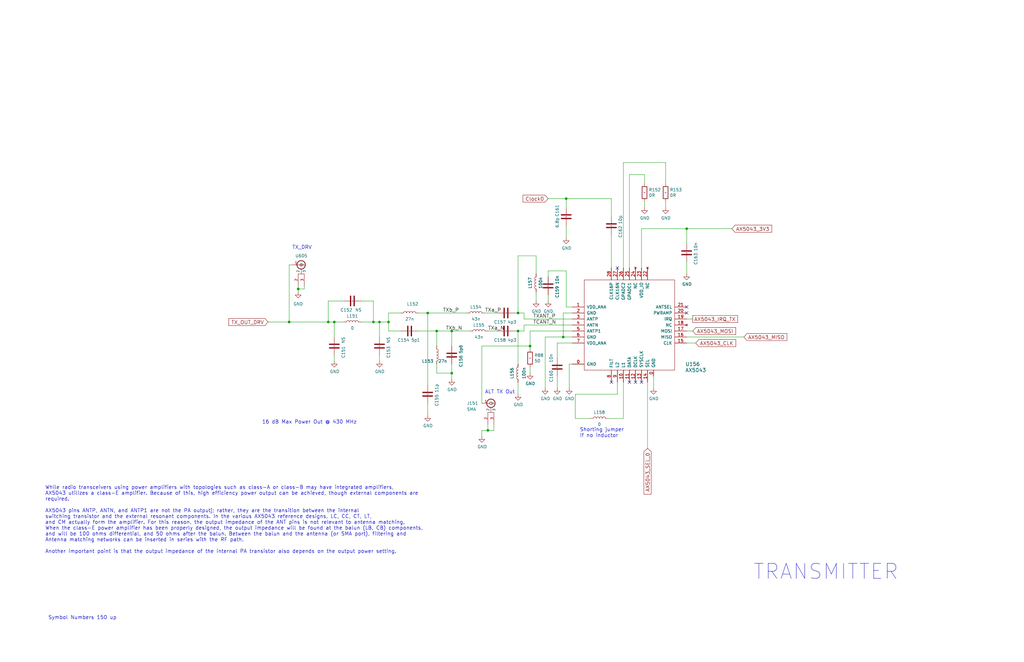
<source format=kicad_sch>
(kicad_sch (version 20230121) (generator eeschema)
  (paper "USLedger")
  (title_block (title "Radiation Tolerant PacSat Communication") (date "2023-06-17") (rev "A") (company "AMSAT-NA") (comment 1 "N5BRG"))
  (lib_symbols
    (symbol "Device:C" (pin_numbers hide) (pin_names (offset 0.254))
      (property "Reference" "C" (at 0.635 2.54 0))
      (property "Value" "C" (at 0.635 -2.54 0))
      (symbol "C_0_1"
        (polyline (pts (xy -2.032 -0.762) (xy 2.032 -0.762)) (stroke (width 0.508)))
        (polyline (pts (xy -2.032 0.762) (xy 2.032 0.762)) (stroke (width 0.508)))
      )
      (symbol "C_1_1"
        (pin passive line (at 0 3.81 270) (length 2.794) (name "~") (number "1"))
        (pin passive line (at 0 -3.81 90) (length 2.794) (name "~") (number "2"))
      )
    )
    (symbol "Device:L" (pin_numbers hide) (pin_names (offset 1.016) hide)
      (property "Reference" "L" (at -1.27 0 90))
      (property "Value" "L" (at 1.905 0 90))
      (symbol "L_0_1"
        (arc (start 0 -2.54) (mid 0.6323 -1.905) (end 0 -1.27))
        (arc (start 0 -1.27) (mid 0.6323 -0.635) (end 0 0))
        (arc (start 0 0) (mid 0.6323 0.635) (end 0 1.27))
        (arc (start 0 1.27) (mid 0.6323 1.905) (end 0 2.54))
      )
      (symbol "L_1_1"
        (pin passive line (at 0 3.81 270) (length 1.27) (name "1") (number "1"))
        (pin passive line (at 0 -3.81 90) (length 1.27) (name "2") (number "2"))
      )
    )
    (symbol "Device:R" (pin_numbers hide) (pin_names (offset 0))
      (property "Reference" "R" (at 2.032 0 90))
      (property "Value" "R" (at 0 0 90))
      (symbol "R_0_1"
        (rectangle (start -1.016 -2.54) (end 1.016 2.54) (stroke (width 0.254)))
      )
      (symbol "R_1_1"
        (pin passive line (at 0 3.81 270) (length 1.27) (name "~") (number "1"))
        (pin passive line (at 0 -3.81 90) (length 1.27) (name "~") (number "2"))
      )
    )
    (symbol "PACSAT_DEV_misc:AX5043" (pin_names (offset 1.016))
      (property "Reference" "U156" (at 16.51 -21.59 0))
      (property "Value" "AX5043" (at -5.08 0 0))
      (symbol "AX5043_0_1"
        (rectangle (start -19.05 19.05) (end 19.05 -19.05))
      )
      (symbol "AX5043_1_1"
        (pin passive line (at -24.13 -16.51 0) (length 5.08) (name "GND") (number "0"))
        (pin power_in line (at 10.16 -21.59 90) (length 2.54) (name "GND") (number "0"))
        (pin passive line (at -24.13 7.62 0) (length 5.08) (name "VDD_ANA") (number "1"))
        (pin passive line (at -2.54 -24.13 90) (length 5.08) (name "L1") (number "10"))
        (pin input line (at 0 -24.13 90) (length 5.08) (name "DATA") (number "11"))
        (pin input line (at 2.54 -24.13 90) (length 5.08) (name "DCLK") (number "12"))
        (pin output line (at 5.08 -24.13 90) (length 5.08) (name "SYSCLK") (number "13"))
        (pin input line (at 7.62 -24.13 90) (length 5.08) (name "SEL") (number "14"))
        (pin input line (at 24.13 -7.62 180) (length 5.08) (name "CLK") (number "15"))
        (pin tri_state line (at 24.13 -5.08 180) (length 5.08) (name "MISO") (number "16"))
        (pin input line (at 24.13 -2.54 180) (length 5.08) (name "MOSI") (number "17"))
        (pin no_connect line (at 24.13 0 180) (length 5.08) (name "NC") (number "18"))
        (pin output line (at 24.13 2.54 180) (length 5.08) (name "IRQ") (number "19"))
        (pin input line (at -24.13 5.08 0) (length 5.08) (name "GND") (number "2"))
        (pin output line (at 24.13 5.08 180) (length 5.08) (name "PWRAMP") (number "20"))
        (pin output line (at 24.13 7.62 180) (length 5.08) (name "ANTSEL") (number "21"))
        (pin no_connect line (at 7.62 24.13 270) (length 5.08) (name "NC") (number "22"))
        (pin passive line (at 5.08 24.13 270) (length 5.08) (name "VDD_IO") (number "23"))
        (pin no_connect line (at 2.54 24.13 270) (length 5.08) (name "NC") (number "24"))
        (pin input line (at 0 24.13 270) (length 5.08) (name "GPADC1") (number "25"))
        (pin input line (at -2.54 24.13 270) (length 5.08) (name "GPADC2") (number "26"))
        (pin passive line (at -5.08 24.13 270) (length 5.08) (name "CLK16N") (number "27"))
        (pin passive line (at -7.62 24.13 270) (length 5.08) (name "CLK16P") (number "28"))
        (pin bidirectional line (at -24.13 2.54 0) (length 5.08) (name "ANTP") (number "3"))
        (pin bidirectional line (at -24.13 0 0) (length 5.08) (name "ANTN") (number "4"))
        (pin output line (at -24.13 -2.54 0) (length 5.08) (name "ANTP1") (number "5"))
        (pin input line (at -24.13 -5.08 0) (length 5.08) (name "GND") (number "6"))
        (pin passive line (at -24.13 -7.62 0) (length 5.08) (name "VDD_ANA") (number "7"))
        (pin passive line (at -7.62 -24.13 90) (length 5.08) (name "FILT") (number "8"))
        (pin passive line (at -5.08 -24.13 90) (length 5.08) (name "L2") (number "9"))
      )
    )
    (symbol "PACSAT_DEV_misc:U_FL"
      (property "Reference" "U" (at -3.81 2.54 0))
      (symbol "U_FL_0_1"
        (polyline (pts (xy -1.27 -3.81) (xy 1.27 -3.81)))
        (polyline (pts (xy 0 -3.81) (xy 0 -1.778)))
        (circle (center 0 0) (radius 0.508) (stroke (width 0.2032)))
        (circle (center 0 0) (radius 1.778) (stroke (width 0.3048)))
      )
      (symbol "U_FL_1_1"
        (pin bidirectional line (at -3.81 0 0) (length 3.302) (name "In") (number "1"))
        (pin power_in line (at -1.27 -8.89 90) (length 5.08) (name "2") (number "2"))
        (pin power_in line (at 1.27 -8.89 90) (length 5.08) (name "3") (number "3"))
      )
    )
    (symbol "power:GND" (power) (pin_names (offset 0))
      (property "Value" "GND" (at 0 -3.81 0))
      (symbol "GND_0_1"
        (polyline (pts (xy 0 0) (xy 0 -1.27) (xy 1.27 -1.27) (xy 0 -2.54) (xy -1.27 -1.27) (xy 0 -1.27)))
      )
      (symbol "GND_1_1"
        (pin power_in line (at 0 0 270) (length 0) hide (name "GND") (number "1"))
      )
    )
  )
  (junction (at 184.15 139.7))
  (junction (at 180.34 132.08))
  (junction (at 125.73 121.92))
  (junction (at 138.43 135.89))
  (junction (at 190.5 139.7))
  (junction (at 237.49 142.24))
  (junction (at 157.48 135.89))
  (junction (at 121.92 135.89))
  (junction (at 205.74 181.61))
  (junction (at 140.97 135.89))
  (junction (at 218.44 139.7))
  (junction (at 160.02 135.89))
  (junction (at 223.52 146.05))
  (junction (at 190.5 157.48))
  (junction (at 218.44 132.08))
  (junction (at 163.83 135.89))
  (junction (at 238.76 83.82))
  (junction (at 289.56 96.52))
  (no_connect (at 260.35 113.03))
  (no_connect (at 267.97 161.29))
  (no_connect (at 257.81 161.29))
  (no_connect (at 289.56 129.54))
  (no_connect (at 270.51 161.29))
  (no_connect (at 265.43 161.29))
  (no_connect (at 289.56 132.08))
  (wire (pts (xy 180.34 132.08) (xy 196.85 132.08)))
  (wire (pts (xy 265.43 73.66) (xy 271.78 73.66)))
  (wire (pts (xy 238.76 114.3) (xy 231.14 114.3)))
  (wire (pts (xy 163.83 132.08) (xy 168.91 132.08)))
  (wire (pts (xy 237.49 142.24) (xy 241.3 142.24)))
  (wire (pts (xy 121.92 111.76) (xy 121.92 135.89)))
  (wire (pts (xy 289.56 96.52) (xy 308.61 96.52)))
  (wire (pts (xy 223.52 139.7) (xy 241.3 139.7)))
  (wire (pts (xy 184.15 139.7) (xy 190.5 139.7)))
  (wire (pts (xy 280.67 68.58) (xy 280.67 77.47)))
  (wire (pts (xy 160.02 149.86) (xy 160.02 152.4)))
  (wire (pts (xy 256.54 176.53) (xy 262.89 176.53)))
  (wire (pts (xy 205.74 181.61) (xy 208.28 181.61)))
  (wire (pts (xy 180.34 132.08) (xy 180.34 162.56)))
  (wire (pts (xy 238.76 129.54) (xy 238.76 114.3)))
  (wire (pts (xy 138.43 135.89) (xy 140.97 135.89)))
  (wire (pts (xy 163.83 139.7) (xy 168.91 139.7)))
  (wire (pts (xy 257.81 99.06) (xy 257.81 113.03)))
  (wire (pts (xy 144.78 127) (xy 138.43 127)))
  (wire (pts (xy 208.28 179.07) (xy 208.28 181.61)))
  (wire (pts (xy 260.35 166.37) (xy 242.57 166.37)))
  (wire (pts (xy 204.47 132.08) (xy 209.55 132.08)))
  (wire (pts (xy 231.14 114.3) (xy 231.14 116.84)))
  (wire (pts (xy 289.56 102.87) (xy 289.56 96.52)))
  (wire (pts (xy 203.2 181.61) (xy 205.74 181.61)))
  (wire (pts (xy 231.14 124.46) (xy 231.14 127)))
  (wire (pts (xy 223.52 146.05) (xy 203.2 146.05)))
  (wire (pts (xy 218.44 107.95) (xy 218.44 132.08)))
  (wire (pts (xy 125.73 121.92) (xy 128.27 121.92)))
  (wire (pts (xy 220.98 139.7) (xy 220.98 137.16)))
  (wire (pts (xy 160.02 142.24) (xy 160.02 135.89)))
  (wire (pts (xy 176.53 132.08) (xy 180.34 132.08)))
  (wire (pts (xy 190.5 157.48) (xy 190.5 160.02)))
  (wire (pts (xy 265.43 73.66) (xy 265.43 113.03)))
  (wire (pts (xy 140.97 149.86) (xy 140.97 152.4)))
  (wire (pts (xy 180.34 170.18) (xy 180.34 175.26)))
  (wire (pts (xy 184.15 153.67) (xy 184.15 157.48)))
  (wire (pts (xy 203.2 146.05) (xy 203.2 170.18)))
  (wire (pts (xy 190.5 139.7) (xy 198.12 139.7)))
  (wire (pts (xy 229.87 142.24) (xy 237.49 142.24)))
  (wire (pts (xy 262.89 161.29) (xy 262.89 176.53)))
  (wire (pts (xy 190.5 153.67) (xy 190.5 157.48)))
  (wire (pts (xy 257.81 83.82) (xy 238.76 83.82)))
  (wire (pts (xy 152.4 127) (xy 157.48 127)))
  (wire (pts (xy 226.06 107.95) (xy 226.06 115.57)))
  (wire (pts (xy 184.15 157.48) (xy 190.5 157.48)))
  (wire (pts (xy 226.06 107.95) (xy 218.44 107.95)))
  (wire (pts (xy 176.53 139.7) (xy 184.15 139.7)))
  (wire (pts (xy 223.52 139.7) (xy 223.52 146.05)))
  (wire (pts (xy 240.03 153.67) (xy 240.03 163.83)))
  (wire (pts (xy 242.57 166.37) (xy 242.57 176.53)))
  (wire (pts (xy 241.3 132.08) (xy 237.49 132.08)))
  (wire (pts (xy 270.51 96.52) (xy 289.56 96.52)))
  (wire (pts (xy 157.48 127) (xy 157.48 135.89)))
  (wire (pts (xy 217.17 132.08) (xy 218.44 132.08)))
  (wire (pts (xy 280.67 85.09) (xy 280.67 87.63)))
  (wire (pts (xy 289.56 134.62) (xy 292.1 134.62)))
  (wire (pts (xy 217.17 139.7) (xy 218.44 139.7)))
  (wire (pts (xy 123.19 111.76) (xy 121.92 111.76)))
  (wire (pts (xy 140.97 135.89) (xy 144.78 135.89)))
  (wire (pts (xy 289.56 139.7) (xy 292.1 139.7)))
  (wire (pts (xy 273.05 161.29) (xy 273.05 189.23)))
  (wire (pts (xy 271.78 85.09) (xy 271.78 87.63)))
  (wire (pts (xy 223.52 154.94) (xy 223.52 157.48)))
  (wire (pts (xy 220.98 134.62) (xy 241.3 134.62)))
  (wire (pts (xy 140.97 142.24) (xy 140.97 135.89)))
  (wire (pts (xy 203.2 181.61) (xy 203.2 184.15)))
  (wire (pts (xy 205.74 179.07) (xy 205.74 181.61)))
  (wire (pts (xy 289.56 110.49) (xy 289.56 115.57)))
  (wire (pts (xy 190.5 139.7) (xy 190.5 146.05)))
  (wire (pts (xy 184.15 139.7) (xy 184.15 146.05)))
  (wire (pts (xy 234.95 144.78) (xy 234.95 151.13)))
  (wire (pts (xy 205.74 139.7) (xy 209.55 139.7)))
  (wire (pts (xy 125.73 120.65) (xy 125.73 121.92)))
  (wire (pts (xy 241.3 153.67) (xy 240.03 153.67)))
  (wire (pts (xy 218.44 161.29) (xy 218.44 166.37)))
  (wire (pts (xy 262.89 68.58) (xy 280.67 68.58)))
  (wire (pts (xy 238.76 83.82) (xy 238.76 87.63)))
  (wire (pts (xy 270.51 113.03) (xy 270.51 96.52)))
  (wire (pts (xy 113.03 135.89) (xy 121.92 135.89)))
  (wire (pts (xy 241.3 129.54) (xy 238.76 129.54)))
  (wire (pts (xy 218.44 139.7) (xy 220.98 139.7)))
  (wire (pts (xy 218.44 132.08) (xy 220.98 132.08)))
  (wire (pts (xy 229.87 163.83) (xy 229.87 142.24)))
  (wire (pts (xy 242.57 176.53) (xy 248.92 176.53)))
  (wire (pts (xy 152.4 135.89) (xy 157.48 135.89)))
  (wire (pts (xy 220.98 132.08) (xy 220.98 134.62)))
  (wire (pts (xy 289.56 144.78) (xy 293.37 144.78)))
  (wire (pts (xy 160.02 135.89) (xy 163.83 135.89)))
  (wire (pts (xy 138.43 127) (xy 138.43 135.89)))
  (wire (pts (xy 289.56 142.24) (xy 313.69 142.24)))
  (wire (pts (xy 157.48 135.89) (xy 160.02 135.89)))
  (wire (pts (xy 275.59 158.75) (xy 275.59 163.83)))
  (wire (pts (xy 121.92 135.89) (xy 138.43 135.89)))
  (wire (pts (xy 262.89 68.58) (xy 262.89 113.03)))
  (wire (pts (xy 257.81 83.82) (xy 257.81 91.44)))
  (wire (pts (xy 238.76 83.82) (xy 231.14 83.82)))
  (wire (pts (xy 220.98 137.16) (xy 241.3 137.16)))
  (wire (pts (xy 241.3 144.78) (xy 234.95 144.78)))
  (wire (pts (xy 234.95 158.75) (xy 234.95 163.83)))
  (wire (pts (xy 237.49 132.08) (xy 237.49 142.24)))
  (wire (pts (xy 125.73 121.92) (xy 125.73 123.19)))
  (wire (pts (xy 163.83 132.08) (xy 163.83 135.89)))
  (wire (pts (xy 223.52 146.05) (xy 223.52 147.32)))
  (wire (pts (xy 218.44 139.7) (xy 218.44 153.67)))
  (wire (pts (xy 226.06 123.19) (xy 226.06 127)))
  (wire (pts (xy 163.83 135.89) (xy 163.83 139.7)))
  (wire (pts (xy 260.35 161.29) (xy 260.35 166.37)))
  (wire (pts (xy 238.76 95.25) (xy 238.76 100.33)))
  (wire (pts (xy 271.78 73.66) (xy 271.78 77.47)))
  (wire (pts (xy 128.27 120.65) (xy 128.27 121.92)))
  (text "TX_DRV" (at 123.19 105.41 0) (effects (font (size 1.524 1.524)) (justify left bottom)))
  (text "Symbol Numbers 150 up" (at 20.32 261.62 0) (effects (font (size 1.524 1.524)) (justify left bottom)))
  (text "16 dB Max Power Out @ 430 MHz" (at 110.49 179.07 0) (effects (font (size 1.524 1.524)) (justify left bottom)))
  (text "TRANSMITTER" (at 317.5 245.11 0) (effects (font (size 6.35 6.35)) (justify left bottom)))
  (text "While radio transceivers using power amplifiers with topologies such as class-A or class-B may have integrated amplifiers, \nAX5043 utilizes a class-E amplifier. Because of this, high efficiency power output can be achieved, though external components are \nrequired.\n\nAX5043 pins ANTP, ANTN, and ANTP1 are not the PA outputj; rather, they are the transition between the internal \nswitching transistor and the external resonant components. In the various AX5043 reference designs, LC, CC, CT, LT, \nand CM actually form the amplifier. For this reason, the output impedance of the ANT pins is not relevant to antenna matching. \nWhen the class-E power amplifier has been properly designed, the output impedance will be found at the balun (LB, CB) components, \nand will be 100 ohms differential, and 50 ohms after the balun. Between the balun and the antenna (or SMA port), filtering and \nAntenna matching networks can be inserted in series with the RF path.\n\nAnother important point is that the output impedance of the internal PA transistor also depends on the output power setting." (at 19.05 233.68 0) (effects (font (size 1.524 1.524)) (justify left bottom)))
  (text "ALT TX Out" (at 204.47 166.37 0) (effects (font (size 1.524 1.524)) (justify left bottom)))
  (text "Shorting jumper\nif no inductor" (at 244.475 184.785 0) (effects (font (size 1.524 1.524)) (justify left bottom)))
  (label "TXa_P" (at 204.47 132.08 0) (effects (font (size 1.524 1.524))))
  (label "TXa_N" (at 205.74 139.7 0) (effects (font (size 1.524 1.524))))
  (label "TXANT_P" (at 224.79 134.62 0) (effects (font (size 1.524 1.524))))
  (label "TCANT_N" (at 224.79 137.16 0) (effects (font (size 1.524 1.524))))
  (label "TXb_P" (at 186.69 132.08 0) (effects (font (size 1.524 1.524))))
  (label "TXb_N" (at 187.96 139.7 0) (effects (font (size 1.524 1.524))))
  (global_label "AX5043_CLK" (shape input) (at 293.37 144.78 0) (effects (font (size 1.524 1.524))) (property "Intersheetrefs" "${INTERSHEET_REFS}" (effects hide)))
  (global_label "AX5043_MISO" (shape input) (at 313.69 142.24 0) (effects (font (size 1.524 1.524))) (property "Intersheetrefs" "${INTERSHEET_REFS}" (effects hide)))
  (global_label "AX5043_SEL_0" (shape input) (at 273.05 189.23 270) (effects (font (size 1.524 1.524))) (property "Intersheetrefs" "${INTERSHEET_REFS}" (effects hide)))
  (global_label "Clock0" (shape input) (at 231.14 83.82 180) (effects (font (size 1.524 1.524))) (property "Intersheetrefs" "${INTERSHEET_REFS}" (effects hide)))
  (global_label "AX5043_MOSI" (shape input) (at 292.1 139.7 0) (effects (font (size 1.524 1.524))) (property "Intersheetrefs" "${INTERSHEET_REFS}" (effects hide)))
  (global_label "AX5043_3V3" (shape input) (at 308.61 96.52 0) (effects (font (size 1.524 1.524))) (property "Intersheetrefs" "${INTERSHEET_REFS}" (effects hide)))
  (global_label "AX5043_IRQ_TX" (shape passive) (at 292.1 134.62 0) (effects (font (size 1.524 1.524))) (property "Intersheetrefs" "${INTERSHEET_REFS}" (effects hide)))
  (global_label "TX_OUT_DRV" (shape input) (at 113.03 135.89 180) (effects (font (size 1.524 1.524))) (property "Intersheetrefs" "${INTERSHEET_REFS}" (effects hide)))
  (symbol (lib_id "Device:C") (at 213.36 132.08 270) (unit 1)
    (property "Reference" "C157" (at 210.82 135.89 90))
    (property "Value" "4p3" (at 215.9 135.89 90))
    (property "Footprint" "Capacitor_SMD:C_0603_1608Metric_Pad1.08x0.95mm_HandSolder" (effects hide))
    (property "Datasheet" "~" (at 213.36 132.08 0))
  )
  (symbol (lib_id "power:GND") (at 289.56 115.57 0) (unit 1)
    (property "Reference" "#PWR0184" (effects hide))
    (property "Value" "GND" (at 289.687 119.9642 0))
  )
  (symbol (lib_id "Device:C") (at 213.36 139.7 270) (unit 1)
    (property "Reference" "C158" (at 210.82 143.51 90))
    (property "Value" "4p3" (at 215.9 143.51 90))
    (property "Footprint" "Capacitor_SMD:C_0603_1608Metric_Pad1.08x0.95mm_HandSolder" (effects hide))
    (property "Datasheet" "~" (at 213.36 139.7 0))
  )
  (symbol (lib_id "Device:C") (at 231.14 120.65 0) (unit 1)
    (property "Reference" "C159" (at 234.95 123.19 90))
    (property "Value" "10n" (at 234.95 118.11 90))
    (property "Footprint" "Capacitor_SMD:C_0603_1608Metric_Pad1.08x0.95mm_HandSolder" (effects hide))
    (property "Datasheet" "~" (at 231.14 120.65 0))
  )
  (symbol (lib_id "power:GND") (at 226.06 127 0) (unit 1)
    (property "Reference" "#PWR0175" (effects hide))
    (property "Value" "GND" (at 226.187 131.3942 0))
  )
  (symbol (lib_id "power:GND") (at 218.44 166.37 0) (unit 1)
    (property "Reference" "#PWR0173" (effects hide))
    (property "Value" "GND" (at 218.567 170.7642 0))
  )
  (symbol (lib_id "Device:C") (at 289.56 106.68 0) (unit 1)
    (property "Reference" "C163" (at 293.37 109.22 90))
    (property "Value" "10n" (at 293.37 104.14 90))
    (property "Footprint" "Capacitor_SMD:C_0603_1608Metric_Pad1.08x0.95mm_HandSolder" (effects hide))
    (property "Datasheet" "~" (at 289.56 106.68 0))
  )
  (symbol (lib_id "power:GND") (at 231.14 127 0) (unit 1)
    (property "Reference" "#PWR0177" (effects hide))
    (property "Value" "GND" (at 231.267 131.3942 0))
  )
  (symbol (lib_id "power:GND") (at 229.87 163.83 0) (unit 1)
    (property "Reference" "#PWR0176" (effects hide))
    (property "Value" "GND" (at 229.997 168.2242 0))
  )
  (symbol (lib_id "Device:C") (at 190.5 149.86 0) (unit 1)
    (property "Reference" "C156" (at 194.31 152.4 90))
    (property "Value" "5p6" (at 194.31 147.32 90))
    (property "Footprint" "Capacitor_SMD:C_0603_1608Metric_Pad1.08x0.95mm_HandSolder" (effects hide))
    (property "Datasheet" "~" (at 190.5 149.86 0))
  )
  (symbol (lib_id "Device:L") (at 184.15 149.86 0) (unit 1)
    (property "Reference" "L153" (at 180.34 152.4 0))
    (property "Value" "27n" (at 186.69 152.4 0))
    (property "Footprint" "PacSatDev_misc:L_Murata_LQH2MCNxxxx02_2.0x1.6mm" (effects hide))
  )
  (symbol (lib_id "power:GND") (at 190.5 160.02 0) (unit 1)
    (property "Reference" "#PWR0171" (effects hide))
    (property "Value" "GND" (at 190.627 164.4142 0))
  )
  (symbol (lib_id "Device:C") (at 172.72 139.7 270) (unit 1)
    (property "Reference" "C154" (at 170.18 143.51 90))
    (property "Value" "5p1" (at 175.26 143.51 90))
    (property "Footprint" "Capacitor_SMD:C_0603_1608Metric_Pad1.08x0.95mm_HandSolder" (effects hide))
    (property "Datasheet" "~" (at 172.72 139.7 0))
  )
  (symbol (lib_id "Device:C") (at 180.34 166.37 0) (unit 1)
    (property "Reference" "C155" (at 184.15 168.91 90))
    (property "Value" "11p" (at 184.15 163.83 90))
    (property "Footprint" "Capacitor_SMD:C_0603_1608Metric_Pad1.08x0.95mm_HandSolder" (effects hide))
    (property "Datasheet" "~" (at 180.34 166.37 0))
  )
  (symbol (lib_id "power:GND") (at 180.34 175.26 0) (unit 1)
    (property "Reference" "#PWR0170" (effects hide))
    (property "Value" "GND" (at 180.467 179.6542 0))
  )
  (symbol (lib_id "Device:C") (at 148.59 127 270) (unit 1)
    (property "Reference" "C152" (at 146.05 130.81 90))
    (property "Value" "NS" (at 151.13 130.81 90))
    (property "Footprint" "Capacitor_SMD:C_0603_1608Metric_Pad1.08x0.95mm_HandSolder" (effects hide))
    (property "Datasheet" "~" (at 148.59 127 0))
  )
  (symbol (lib_id "Device:C") (at 140.97 146.05 0) (unit 1)
    (property "Reference" "C151" (at 144.78 148.59 90))
    (property "Value" "NS" (at 144.78 143.51 90))
    (property "Footprint" "Capacitor_SMD:C_0603_1608Metric_Pad1.08x0.95mm_HandSolder" (effects hide))
    (property "Datasheet" "~" (at 140.97 146.05 0))
  )
  (symbol (lib_id "Device:C") (at 160.02 146.05 0) (unit 1)
    (property "Reference" "C153" (at 163.83 148.59 90))
    (property "Value" "NS" (at 163.83 143.51 90))
    (property "Footprint" "Capacitor_SMD:C_0603_1608Metric_Pad1.08x0.95mm_HandSolder" (effects hide))
    (property "Datasheet" "~" (at 160.02 146.05 0))
  )
  (symbol (lib_id "power:GND") (at 160.02 152.4 0) (unit 1)
    (property "Reference" "#PWR0169" (effects hide))
    (property "Value" "GND" (at 160.147 156.7942 0))
  )
  (symbol (lib_id "power:GND") (at 140.97 152.4 0) (unit 1)
    (property "Reference" "#PWR0167" (effects hide))
    (property "Value" "GND" (at 141.097 156.7942 0))
  )
  (symbol (lib_id "Device:C") (at 234.95 154.94 0) (unit 1)
    (property "Reference" "C160" (at 232.41 158.75 90))
    (property "Value" "10n" (at 232.41 151.13 90))
    (property "Footprint" "Capacitor_SMD:C_0603_1608Metric_Pad1.08x0.95mm_HandSolder" (effects hide))
    (property "Datasheet" "~" (at 234.95 154.94 0))
  )
  (symbol (lib_id "power:GND") (at 234.95 163.83 0) (unit 1)
    (property "Reference" "#PWR0178" (effects hide))
    (property "Value" "GND" (at 235.077 168.2242 0))
  )
  (symbol (lib_id "power:GND") (at 240.03 163.83 0) (unit 1)
    (property "Reference" "#PWR0180" (effects hide))
    (property "Value" "GND" (at 240.157 168.2242 0))
  )
  (symbol (lib_id "Device:R") (at 271.78 81.28 0) (unit 1)
    (property "Reference" "R152" (at 273.558 80.1116 0) (effects (justify left)))
    (property "Value" "0R" (at 273.558 82.423 0) (effects (justify left)))
    (property "Footprint" "Resistor_SMD:R_0603_1608Metric_Pad0.98x0.95mm_HandSolder" (effects hide))
    (property "Datasheet" "~" (at 271.78 81.28 0))
  )
  (symbol (lib_id "Device:R") (at 280.67 81.28 0) (unit 1)
    (property "Reference" "R153" (at 282.448 80.1116 0) (effects (justify left)))
    (property "Value" "0R" (at 282.448 82.423 0) (effects (justify left)))
    (property "Footprint" "Resistor_SMD:R_0603_1608Metric_Pad0.98x0.95mm_HandSolder" (effects hide))
    (property "Datasheet" "~" (at 280.67 81.28 0))
  )
  (symbol (lib_id "power:GND") (at 271.78 87.63 0) (unit 1)
    (property "Reference" "#PWR0181" (effects hide))
    (property "Value" "GND" (at 271.907 92.0242 0))
  )
  (symbol (lib_id "power:GND") (at 280.67 87.63 0) (unit 1)
    (property "Reference" "#PWR0183" (effects hide))
    (property "Value" "GND" (at 280.797 92.0242 0))
  )
  (symbol (lib_id "Device:R") (at 223.52 151.13 0) (unit 1)
    (property "Reference" "R88" (at 225.298 149.9616 0) (effects (justify left)))
    (property "Value" "50" (at 225.298 152.273 0) (effects (justify left)))
    (property "Footprint" "Resistor_SMD:R_0603_1608Metric_Pad0.98x0.95mm_HandSolder" (effects hide))
    (property "Datasheet" "~" (at 223.52 151.13 0))
    (instances (project "PacSat_Dev_RevC_230904" (path "" (reference "R88") (unit 1)) (path "" (reference "R151") (unit 1))))
  )
  (symbol (lib_id "power:GND") (at 223.52 157.48 0) (unit 1)
    (property "Reference" "#PWR0191" (effects hide))
    (property "Value" "GND" (at 223.647 161.8742 0))
    (instances (project "PacSat_Dev_RevC_230904" (path "" (reference "#PWR0191") (unit 1)) (path "" (reference "#PWR0174") (unit 1))))
  )
  (symbol (lib_id "Device:L") (at 148.59 135.89 90) (unit 1)
    (property "Reference" "L151" (at 148.59 133.35 90))
    (property "Value" "0" (at 148.59 138.43 90))
    (property "Footprint" "PacSatDev_misc:L_Murata_LQH2MCNxxxx02_2.0x1.6mm" (effects hide))
  )
  (symbol (lib_id "Device:C") (at 257.81 95.25 0) (unit 1)
    (property "Reference" "C162" (at 261.62 97.79 90))
    (property "Value" "10p" (at 261.62 92.71 90))
    (property "Footprint" "Capacitor_SMD:C_0603_1608Metric_Pad1.08x0.95mm_HandSolder" (effects hide))
    (property "Datasheet" "~" (at 257.81 95.25 0))
  )
  (symbol (lib_id "power:GND") (at 275.59 163.83 0) (unit 1)
    (property "Reference" "#PWR0182" (effects hide))
    (property "Value" "GND" (at 275.717 168.2242 0))
  )
  (symbol (lib_id "Device:L") (at 201.93 139.7 90) (unit 1)
    (property "Reference" "L155" (at 201.93 137.16 90))
    (property "Value" "43n" (at 201.93 142.24 90))
    (property "Footprint" "PacSatDev_misc:L_Murata_LQH2MCNxxxx02_2.0x1.6mm" (effects hide))
  )
  (symbol (lib_id "PACSAT_DEV_misc:U_FL") (at 207.01 170.18 0) (unit 1)
    (property "Reference" "J151" (at 196.85 170.18 0) (effects (justify left)))
    (property "Value" "SMA" (at 196.85 172.72 0) (effects (justify left)))
    (property "Footprint" "PacSatDev_misc:U_FL" (effects hide))
  )
  (symbol (lib_id "Device:L") (at 226.06 119.38 180) (unit 1)
    (property "Reference" "L157" (at 223.52 119.38 90))
    (property "Value" "100n" (at 227.965 119.38 90))
    (property "Footprint" "PacSatDev_misc:L_Murata_LQH2MCNxxxx02_2.0x1.6mm" (effects hide))
  )
  (symbol (lib_id "Device:L") (at 252.73 176.53 90) (unit 1)
    (property "Reference" "L158" (at 252.73 173.99 90))
    (property "Value" "0" (at 252.73 179.07 90))
    (property "Footprint" "PacSatDev_misc:L_Murata_LQH2MCNxxxx02_2.0x1.6mm" (effects hide))
  )
  (symbol (lib_id "Device:L") (at 200.66 132.08 90) (unit 1)
    (property "Reference" "L154" (at 200.66 129.54 90))
    (property "Value" "43n" (at 200.66 134.62 90))
    (property "Footprint" "PacSatDev_misc:L_Murata_LQH2MCNxxxx02_2.0x1.6mm" (effects hide))
  )
  (symbol (lib_id "power:GND") (at 125.73 123.19 0) (unit 1)
    (property "Reference" "#PWR0614" (effects hide))
    (property "Value" "GND" (at 125.73 128.27 0))
    (instances (project "PacSat_Dev_RevC_230904" (path "" (reference "#PWR0614") (unit 1)) (path "" (reference "#PWR0166") (unit 1))))
  )
  (symbol (lib_id "power:GND") (at 203.2 184.15 0) (unit 1)
    (property "Reference" "#PWR0172" (effects hide))
    (property "Value" "GND" (at 203.327 188.5442 0))
  )
  (symbol (lib_id "PACSAT_DEV_misc:AX5043") (at 265.43 137.16 0) (unit 1)
    (property "Reference" "U156" (at 292.1 153.67 0) (effects (font (size 1.524 1.524))))
    (property "Value" "AX5043" (at 293.37 156.21 0) (effects (font (size 1.524 1.524))))
    (property "Footprint" "PacSatDev_onsemi:QFN28" (effects hide))
  )
  (symbol (lib_id "Device:L") (at 218.44 157.48 180) (unit 1)
    (property "Reference" "L156" (at 215.9 157.48 90))
    (property "Value" "100n" (at 220.98 157.48 90))
    (property "Footprint" "PacSatDev_misc:L_Murata_LQH2MCNxxxx02_2.0x1.6mm" (effects hide))
  )
  (symbol (lib_id "power:GND") (at 238.76 100.33 0) (unit 1)
    (property "Reference" "#PWR0179" (effects hide))
    (property "Value" "GND" (at 238.887 104.7242 0))
  )
  (symbol (lib_id "Device:C") (at 238.76 91.44 180) (unit 1)
    (property "Reference" "C161" (at 234.95 88.9 90))
    (property "Value" "6.8p" (at 234.95 93.98 90))
    (property "Footprint" "Capacitor_SMD:C_0603_1608Metric_Pad1.08x0.95mm_HandSolder" (effects hide))
    (property "Datasheet" "~" (at 238.76 91.44 0))
  )
  (symbol (lib_id "PACSAT_DEV_misc:U_FL") (at 127 111.76 0) (unit 1)
    (property "Reference" "U605" (at 124.46 107.95 0) (effects (justify left)))
    (property "Value" "~" (at 127 111.76 0))
    (property "Footprint" "PacSatDev_misc:U_FL" (effects hide))
    (instances (project "PacSat_Dev_RevC_230904" (path "" (reference "U605") (unit 1)) (path "" (reference "U155") (unit 1))))
  )
  (symbol (lib_id "Device:L") (at 172.72 132.08 90) (unit 1)
    (property "Reference" "L152" (at 173.99 128.27 90))
    (property "Value" "27n" (at 172.72 134.62 90))
    (property "Footprint" "PacSatDev_misc:L_Murata_LQH2MCNxxxx02_2.0x1.6mm" (effects hide))
  )
)
</source>
